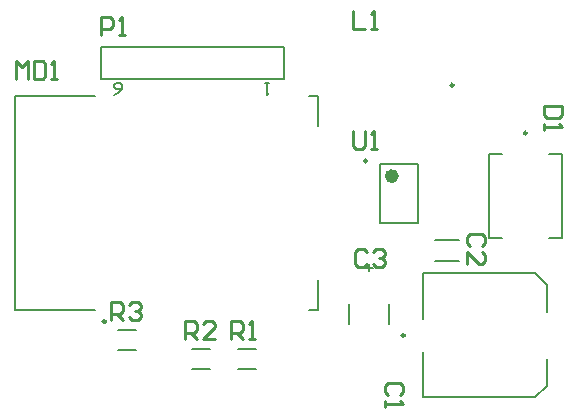
<source format=gto>
G04*
G04 #@! TF.GenerationSoftware,Altium Limited,Altium Designer,24.2.2 (26)*
G04*
G04 Layer_Color=65535*
%FSLAX44Y44*%
%MOMM*%
G71*
G04*
G04 #@! TF.SameCoordinates,4FBEA47C-08EE-4C05-AA3B-087DA5EAA6FD*
G04*
G04*
G04 #@! TF.FilePolarity,Positive*
G04*
G01*
G75*
%ADD10C,0.2500*%
%ADD11C,0.6000*%
%ADD12C,0.2000*%
%ADD13C,0.2540*%
%ADD14C,0.1524*%
D10*
X369026Y225228D02*
G03*
X369026Y225228I-1250J0D01*
G01*
X265490Y53864D02*
G03*
X265490Y53864I-1250J0D01*
G01*
X12412Y65600D02*
G03*
X12412Y65600I-1250J0D01*
G01*
X307014Y265700D02*
G03*
X307014Y265700I-1250J0D01*
G01*
X233588Y201552D02*
G03*
X233588Y201552I-1250J0D01*
G01*
D11*
X257588Y188752D02*
G03*
X257588Y188752I-3000J0D01*
G01*
D12*
X388026Y207778D02*
X398876D01*
X336676D02*
X347526D01*
X336676Y136678D02*
Y207778D01*
X388026Y136678D02*
X398876D01*
X336676D02*
X347526D01*
X398876D02*
Y207778D01*
X386240Y11364D02*
Y33864D01*
Y73864D02*
Y96364D01*
X376240Y1364D02*
X386240Y11364D01*
X376240Y106364D02*
X386240Y96364D01*
X281240Y1364D02*
X376240D01*
X281240Y106364D02*
X376240D01*
X281240Y67614D02*
Y106364D01*
Y1364D02*
Y40114D01*
X291171Y116996D02*
X311793D01*
X291171Y134496D02*
X311793D01*
X235442Y108148D02*
Y114148D01*
X232442Y111148D02*
X238442D01*
X252442Y63148D02*
Y80648D01*
X218442Y63148D02*
Y80648D01*
X22476Y41788D02*
X37976D01*
X22476Y58288D02*
X37976D01*
X8152Y271284D02*
Y298184D01*
Y271284D02*
X163552D01*
Y298184D01*
X8152D02*
X163552D01*
X-64488Y75350D02*
X2912D01*
X184512D02*
X192012D01*
Y231500D02*
Y256850D01*
Y75350D02*
Y100700D01*
X-64488Y256850D02*
X2912D01*
X184512D02*
X192012D01*
X-64488Y75350D02*
Y256850D01*
X244588Y148752D02*
X276588D01*
X244588Y198752D02*
X276588D01*
Y148752D02*
Y198752D01*
X244588Y148752D02*
Y198752D01*
X85468Y25532D02*
X100968D01*
X85468Y42032D02*
X100968D01*
X123966Y25532D02*
X139466D01*
X123966Y42032D02*
X139466D01*
D13*
X399031Y247901D02*
X383797D01*
Y240283D01*
X386336Y237744D01*
X396492D01*
X399031Y240283D01*
Y247901D01*
X383797Y232666D02*
Y227587D01*
Y230126D01*
X399031D01*
X396492Y232666D01*
X261110Y3810D02*
X263650Y6349D01*
Y11428D01*
X261110Y13967D01*
X250954D01*
X248414Y11428D01*
Y6349D01*
X250954Y3810D01*
X248414Y-1268D02*
Y-6347D01*
Y-3808D01*
X263650D01*
X261110Y-1268D01*
X331214Y129793D02*
X333754Y132332D01*
Y137411D01*
X331214Y139950D01*
X321058D01*
X318519Y137411D01*
Y132332D01*
X321058Y129793D01*
X318519Y114558D02*
Y124715D01*
X328675Y114558D01*
X331214D01*
X333754Y117097D01*
Y122176D01*
X331214Y124715D01*
X233427Y124458D02*
X230888Y126997D01*
X225809D01*
X223270Y124458D01*
Y114302D01*
X225809Y111763D01*
X230888D01*
X233427Y114302D01*
X238505Y124458D02*
X241044Y126997D01*
X246123D01*
X248662Y124458D01*
Y121919D01*
X246123Y119380D01*
X243584D01*
X246123D01*
X248662Y116841D01*
Y114302D01*
X246123Y111763D01*
X241044D01*
X238505Y114302D01*
X16764Y66802D02*
Y82037D01*
X24381D01*
X26921Y79498D01*
Y74419D01*
X24381Y71880D01*
X16764D01*
X21842D02*
X26921Y66802D01*
X31999Y79498D02*
X34538Y82037D01*
X39617D01*
X42156Y79498D01*
Y76959D01*
X39617Y74419D01*
X37077D01*
X39617D01*
X42156Y71880D01*
Y69341D01*
X39617Y66802D01*
X34538D01*
X31999Y69341D01*
X8382Y308102D02*
Y323337D01*
X15999D01*
X18539Y320798D01*
Y315720D01*
X15999Y313180D01*
X8382D01*
X23617Y308102D02*
X28695D01*
X26156D01*
Y323337D01*
X23617Y320798D01*
X-64008Y270764D02*
Y285999D01*
X-58930Y280921D01*
X-53851Y285999D01*
Y270764D01*
X-48773Y285999D02*
Y270764D01*
X-41155D01*
X-38616Y273303D01*
Y283460D01*
X-41155Y285999D01*
X-48773D01*
X-33538Y270764D02*
X-28459D01*
X-30999D01*
Y285999D01*
X-33538Y283460D01*
X221488Y328417D02*
Y313182D01*
X231645D01*
X236723D02*
X241801D01*
X239262D01*
Y328417D01*
X236723Y325878D01*
X221488Y226817D02*
Y214121D01*
X224027Y211582D01*
X229105D01*
X231645Y214121D01*
Y226817D01*
X236723Y211582D02*
X241801D01*
X239262D01*
Y226817D01*
X236723Y224278D01*
X79756Y50546D02*
Y65781D01*
X87374D01*
X89913Y63242D01*
Y58163D01*
X87374Y55624D01*
X79756D01*
X84834D02*
X89913Y50546D01*
X105148D02*
X94991D01*
X105148Y60703D01*
Y63242D01*
X102609Y65781D01*
X97530D01*
X94991Y63242D01*
X118364Y50546D02*
Y65781D01*
X125982D01*
X128521Y63242D01*
Y58163D01*
X125982Y55624D01*
X118364D01*
X123442D02*
X128521Y50546D01*
X133599D02*
X138677D01*
X136138D01*
Y65781D01*
X133599Y63242D01*
D14*
X19381Y257577D02*
X22766Y259270D01*
X26152Y262656D01*
Y266041D01*
X24459Y267734D01*
X21074D01*
X19381Y266041D01*
Y264348D01*
X21074Y262656D01*
X26152D01*
X150552Y267734D02*
X147166D01*
X148859D01*
Y257577D01*
X150552Y259270D01*
M02*

</source>
